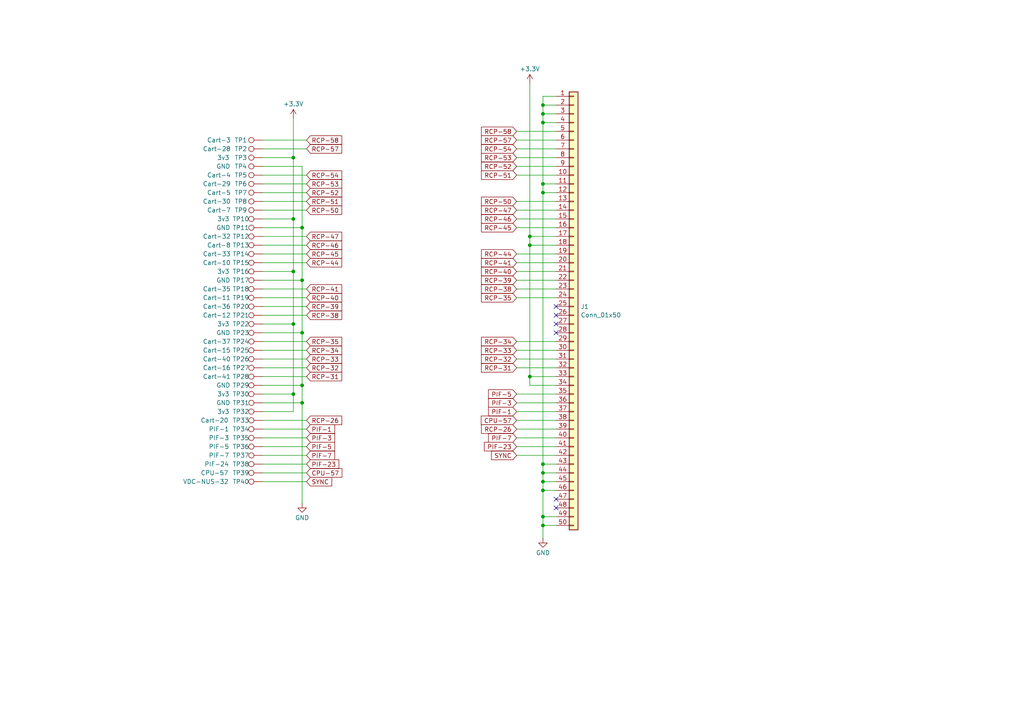
<source format=kicad_sch>
(kicad_sch (version 20240101) (generator "eeschema") (generator_version "8.99")
  (paper "A4")
  (lib_symbols
    (symbol "Connector:TestPoint" (pin_numbers hide) (pin_names (offset 0.762) hide)
      (property "Reference" "TP" (at 0 6.858 0))
      (property "Value" "TestPoint" (at 0 5.08 0))
      (symbol "TestPoint_0_1"
        (circle (center 0 3.302) (radius 0.762))
      )
      (symbol "TestPoint_1_1"
        (pin passive line (at 0 0 90) (length 2.54) (name "1") (number "1"))
      )
    )
    (symbol "Connector_Generic:Conn_01x50" (pin_names (offset 1.016) hide)
      (property "Reference" "J" (at 0 63.5 0))
      (property "Value" "Conn_01x50" (at 0 -66.04 0))
      (symbol "Conn_01x50_1_1"
        (rectangle (start -1.27 -63.373) (end 0 -63.627) (stroke (width 0.1524)))
        (rectangle (start -1.27 -60.833) (end 0 -61.087) (stroke (width 0.1524)))
        (rectangle (start -1.27 -58.293) (end 0 -58.547) (stroke (width 0.1524)))
        (rectangle (start -1.27 -55.753) (end 0 -56.007) (stroke (width 0.1524)))
        (rectangle (start -1.27 -53.213) (end 0 -53.467) (stroke (width 0.1524)))
        (rectangle (start -1.27 -50.673) (end 0 -50.927) (stroke (width 0.1524)))
        (rectangle (start -1.27 -48.133) (end 0 -48.387) (stroke (width 0.1524)))
        (rectangle (start -1.27 -45.593) (end 0 -45.847) (stroke (width 0.1524)))
        (rectangle (start -1.27 -43.053) (end 0 -43.307) (stroke (width 0.1524)))
        (rectangle (start -1.27 -40.513) (end 0 -40.767) (stroke (width 0.1524)))
        (rectangle (start -1.27 -37.973) (end 0 -38.227) (stroke (width 0.1524)))
        (rectangle (start -1.27 -35.433) (end 0 -35.687) (stroke (width 0.1524)))
        (rectangle (start -1.27 -32.893) (end 0 -33.147) (stroke (width 0.1524)))
        (rectangle (start -1.27 -30.353) (end 0 -30.607) (stroke (width 0.1524)))
        (rectangle (start -1.27 -27.813) (end 0 -28.067) (stroke (width 0.1524)))
        (rectangle (start -1.27 -25.273) (end 0 -25.527) (stroke (width 0.1524)))
        (rectangle (start -1.27 -22.733) (end 0 -22.987) (stroke (width 0.1524)))
        (rectangle (start -1.27 -20.193) (end 0 -20.447) (stroke (width 0.1524)))
        (rectangle (start -1.27 -17.653) (end 0 -17.907) (stroke (width 0.1524)))
        (rectangle (start -1.27 -15.113) (end 0 -15.367) (stroke (width 0.1524)))
        (rectangle (start -1.27 -12.573) (end 0 -12.827) (stroke (width 0.1524)))
        (rectangle (start -1.27 -10.033) (end 0 -10.287) (stroke (width 0.1524)))
        (rectangle (start -1.27 -7.493) (end 0 -7.747) (stroke (width 0.1524)))
        (rectangle (start -1.27 -4.953) (end 0 -5.207) (stroke (width 0.1524)))
        (rectangle (start -1.27 -2.413) (end 0 -2.667) (stroke (width 0.1524)))
        (rectangle (start -1.27 0.127) (end 0 -0.127) (stroke (width 0.1524)))
        (rectangle (start -1.27 2.667) (end 0 2.413) (stroke (width 0.1524)))
        (rectangle (start -1.27 5.207) (end 0 4.953) (stroke (width 0.1524)))
        (rectangle (start -1.27 7.747) (end 0 7.493) (stroke (width 0.1524)))
        (rectangle (start -1.27 10.287) (end 0 10.033) (stroke (width 0.1524)))
        (rectangle (start -1.27 12.827) (end 0 12.573) (stroke (width 0.1524)))
        (rectangle (start -1.27 15.367) (end 0 15.113) (stroke (width 0.1524)))
        (rectangle (start -1.27 17.907) (end 0 17.653) (stroke (width 0.1524)))
        (rectangle (start -1.27 20.447) (end 0 20.193) (stroke (width 0.1524)))
        (rectangle (start -1.27 22.987) (end 0 22.733) (stroke (width 0.1524)))
        (rectangle (start -1.27 25.527) (end 0 25.273) (stroke (width 0.1524)))
        (rectangle (start -1.27 28.067) (end 0 27.813) (stroke (width 0.1524)))
        (rectangle (start -1.27 30.607) (end 0 30.353) (stroke (width 0.1524)))
        (rectangle (start -1.27 33.147) (end 0 32.893) (stroke (width 0.1524)))
        (rectangle (start -1.27 35.687) (end 0 35.433) (stroke (width 0.1524)))
        (rectangle (start -1.27 38.227) (end 0 37.973) (stroke (width 0.1524)))
        (rectangle (start -1.27 40.767) (end 0 40.513) (stroke (width 0.1524)))
        (rectangle (start -1.27 43.307) (end 0 43.053) (stroke (width 0.1524)))
        (rectangle (start -1.27 45.847) (end 0 45.593) (stroke (width 0.1524)))
        (rectangle (start -1.27 48.387) (end 0 48.133) (stroke (width 0.1524)))
        (rectangle (start -1.27 50.927) (end 0 50.673) (stroke (width 0.1524)))
        (rectangle (start -1.27 53.467) (end 0 53.213) (stroke (width 0.1524)))
        (rectangle (start -1.27 56.007) (end 0 55.753) (stroke (width 0.1524)))
        (rectangle (start -1.27 58.547) (end 0 58.293) (stroke (width 0.1524)))
        (rectangle (start -1.27 61.087) (end 0 60.833) (stroke (width 0.1524)))
        (rectangle (start -1.27 62.23) (end 1.27 -64.77) (stroke (width 0.254)) (fill (type background)))
        (pin passive line (at -5.08 60.96 0) (length 3.81) (name "Pin_1") (number "1"))
        (pin passive line (at -5.08 38.1 0) (length 3.81) (name "Pin_10") (number "10"))
        (pin passive line (at -5.08 35.56 0) (length 3.81) (name "Pin_11") (number "11"))
        (pin passive line (at -5.08 33.02 0) (length 3.81) (name "Pin_12") (number "12"))
        (pin passive line (at -5.08 30.48 0) (length 3.81) (name "Pin_13") (number "13"))
        (pin passive line (at -5.08 27.94 0) (length 3.81) (name "Pin_14") (number "14"))
        (pin passive line (at -5.08 25.4 0) (length 3.81) (name "Pin_15") (number "15"))
        (pin passive line (at -5.08 22.86 0) (length 3.81) (name "Pin_16") (number "16"))
        (pin passive line (at -5.08 20.32 0) (length 3.81) (name "Pin_17") (number "17"))
        (pin passive line (at -5.08 17.78 0) (length 3.81) (name "Pin_18") (number "18"))
        (pin passive line (at -5.08 15.24 0) (length 3.81) (name "Pin_19") (number "19"))
        (pin passive line (at -5.08 58.42 0) (length 3.81) (name "Pin_2") (number "2"))
        (pin passive line (at -5.08 12.7 0) (length 3.81) (name "Pin_20") (number "20"))
        (pin passive line (at -5.08 10.16 0) (length 3.81) (name "Pin_21") (number "21"))
        (pin passive line (at -5.08 7.62 0) (length 3.81) (name "Pin_22") (number "22"))
        (pin passive line (at -5.08 5.08 0) (length 3.81) (name "Pin_23") (number "23"))
        (pin passive line (at -5.08 2.54 0) (length 3.81) (name "Pin_24") (number "24"))
        (pin passive line (at -5.08 0 0) (length 3.81) (name "Pin_25") (number "25"))
        (pin passive line (at -5.08 -2.54 0) (length 3.81) (name "Pin_26") (number "26"))
        (pin passive line (at -5.08 -5.08 0) (length 3.81) (name "Pin_27") (number "27"))
        (pin passive line (at -5.08 -7.62 0) (length 3.81) (name "Pin_28") (number "28"))
        (pin passive line (at -5.08 -10.16 0) (length 3.81) (name "Pin_29") (number "29"))
        (pin passive line (at -5.08 55.88 0) (length 3.81) (name "Pin_3") (number "3"))
        (pin passive line (at -5.08 -12.7 0) (length 3.81) (name "Pin_30") (number "30"))
        (pin passive line (at -5.08 -15.24 0) (length 3.81) (name "Pin_31") (number "31"))
        (pin passive line (at -5.08 -17.78 0) (length 3.81) (name "Pin_32") (number "32"))
        (pin passive line (at -5.08 -20.32 0) (length 3.81) (name "Pin_33") (number "33"))
        (pin passive line (at -5.08 -22.86 0) (length 3.81) (name "Pin_34") (number "34"))
        (pin passive line (at -5.08 -25.4 0) (length 3.81) (name "Pin_35") (number "35"))
        (pin passive line (at -5.08 -27.94 0) (length 3.81) (name "Pin_36") (number "36"))
        (pin passive line (at -5.08 -30.48 0) (length 3.81) (name "Pin_37") (number "37"))
        (pin passive line (at -5.08 -33.02 0) (length 3.81) (name "Pin_38") (number "38"))
        (pin passive line (at -5.08 -35.56 0) (length 3.81) (name "Pin_39") (number "39"))
        (pin passive line (at -5.08 53.34 0) (length 3.81) (name "Pin_4") (number "4"))
        (pin passive line (at -5.08 -38.1 0) (length 3.81) (name "Pin_40") (number "40"))
        (pin passive line (at -5.08 -40.64 0) (length 3.81) (name "Pin_41") (number "41"))
        (pin passive line (at -5.08 -43.18 0) (length 3.81) (name "Pin_42") (number "42"))
        (pin passive line (at -5.08 -45.72 0) (length 3.81) (name "Pin_43") (number "43"))
        (pin passive line (at -5.08 -48.26 0) (length 3.81) (name "Pin_44") (number "44"))
        (pin passive line (at -5.08 -50.8 0) (length 3.81) (name "Pin_45") (number "45"))
        (pin passive line (at -5.08 -53.34 0) (length 3.81) (name "Pin_46") (number "46"))
        (pin passive line (at -5.08 -55.88 0) (length 3.81) (name "Pin_47") (number "47"))
        (pin passive line (at -5.08 -58.42 0) (length 3.81) (name "Pin_48") (number "48"))
        (pin passive line (at -5.08 -60.96 0) (length 3.81) (name "Pin_49") (number "49"))
        (pin passive line (at -5.08 50.8 0) (length 3.81) (name "Pin_5") (number "5"))
        (pin passive line (at -5.08 -63.5 0) (length 3.81) (name "Pin_50") (number "50"))
        (pin passive line (at -5.08 48.26 0) (length 3.81) (name "Pin_6") (number "6"))
        (pin passive line (at -5.08 45.72 0) (length 3.81) (name "Pin_7") (number "7"))
        (pin passive line (at -5.08 43.18 0) (length 3.81) (name "Pin_8") (number "8"))
        (pin passive line (at -5.08 40.64 0) (length 3.81) (name "Pin_9") (number "9"))
      )
    )
    (symbol "power:+3.3V" (power) (pin_numbers hide) (pin_names (offset 0) hide)
      (property "Value" "+3.3V" (at 0 3.556 0))
      (symbol "+3.3V_0_1"
        (polyline (pts (xy -0.762 1.27) (xy 0 2.54)))
        (polyline (pts (xy 0 0) (xy 0 2.54)))
        (polyline (pts (xy 0 2.54) (xy 0.762 1.27)))
      )
      (symbol "+3.3V_1_1"
        (pin power_in line (at 0 0 90) (length 0) (name "~") (number "1"))
      )
    )
    (symbol "power:GND" (power) (pin_numbers hide) (pin_names (offset 0) hide)
      (property "Value" "GND" (at 0 -3.81 0))
      (symbol "GND_0_1"
        (polyline (pts (xy 0 0) (xy 0 -1.27) (xy 1.27 -1.27) (xy 0 -2.54) (xy -1.27 -1.27) (xy 0 -1.27)))
      )
      (symbol "GND_1_1"
        (pin power_in line (at 0 0 270) (length 0) (name "~") (number "1"))
      )
    )
  )
  (junction (at 157.48 35.56))
  (junction (at 157.48 139.7))
  (junction (at 157.48 53.34))
  (junction (at 157.48 152.4))
  (junction (at 87.63 111.76))
  (junction (at 157.48 134.62))
  (junction (at 85.09 45.72))
  (junction (at 85.09 93.98))
  (junction (at 153.67 109.22))
  (junction (at 87.63 96.52))
  (junction (at 85.09 63.5))
  (junction (at 157.48 149.86))
  (junction (at 85.09 78.74))
  (junction (at 153.67 68.58))
  (junction (at 87.63 116.84))
  (junction (at 157.48 33.02))
  (junction (at 153.67 71.12))
  (junction (at 87.63 81.28))
  (junction (at 87.63 66.04))
  (junction (at 157.48 137.16))
  (junction (at 157.48 55.88))
  (junction (at 85.09 114.3))
  (junction (at 157.48 142.24))
  (junction (at 157.48 30.48))
  (no_connect (at 161.29 96.52))
  (no_connect (at 161.29 147.32))
  (no_connect (at 161.29 144.78))
  (no_connect (at 161.29 88.9))
  (no_connect (at 161.29 93.98))
  (no_connect (at 161.29 91.44))
  (wire (pts (xy 76.2 114.3) (xy 85.09 114.3)))
  (wire (pts (xy 153.67 24.13) (xy 153.67 68.58)))
  (wire (pts (xy 76.2 55.88) (xy 88.9 55.88)))
  (wire (pts (xy 149.86 119.38) (xy 161.29 119.38)))
  (wire (pts (xy 149.86 124.46) (xy 161.29 124.46)))
  (wire (pts (xy 76.2 66.04) (xy 87.63 66.04)))
  (wire (pts (xy 149.86 132.08) (xy 161.29 132.08)))
  (wire (pts (xy 76.2 106.68) (xy 88.9 106.68)))
  (wire (pts (xy 85.09 34.29) (xy 85.09 45.72)))
  (wire (pts (xy 161.29 109.22) (xy 153.67 109.22)))
  (wire (pts (xy 149.86 99.06) (xy 161.29 99.06)))
  (wire (pts (xy 76.2 124.46) (xy 88.9 124.46)))
  (wire (pts (xy 76.2 68.58) (xy 88.9 68.58)))
  (wire (pts (xy 76.2 139.7) (xy 88.9 139.7)))
  (wire (pts (xy 76.2 104.14) (xy 88.9 104.14)))
  (wire (pts (xy 76.2 86.36) (xy 88.9 86.36)))
  (wire (pts (xy 87.63 146.05) (xy 87.63 116.84)))
  (wire (pts (xy 76.2 48.26) (xy 87.63 48.26)))
  (wire (pts (xy 76.2 134.62) (xy 88.9 134.62)))
  (wire (pts (xy 76.2 127) (xy 88.9 127)))
  (wire (pts (xy 76.2 119.38) (xy 85.09 119.38)))
  (wire (pts (xy 149.86 129.54) (xy 161.29 129.54)))
  (wire (pts (xy 157.48 53.34) (xy 161.29 53.34)))
  (wire (pts (xy 149.86 60.96) (xy 161.29 60.96)))
  (wire (pts (xy 149.86 58.42) (xy 161.29 58.42)))
  (wire (pts (xy 149.86 81.28) (xy 161.29 81.28)))
  (wire (pts (xy 149.86 127) (xy 161.29 127)))
  (wire (pts (xy 149.86 104.14) (xy 161.29 104.14)))
  (wire (pts (xy 87.63 116.84) (xy 87.63 111.76)))
  (wire (pts (xy 76.2 132.08) (xy 88.9 132.08)))
  (wire (pts (xy 87.63 111.76) (xy 87.63 96.52)))
  (wire (pts (xy 149.86 50.8) (xy 161.29 50.8)))
  (wire (pts (xy 87.63 66.04) (xy 87.63 48.26)))
  (wire (pts (xy 85.09 63.5) (xy 85.09 45.72)))
  (wire (pts (xy 157.48 35.56) (xy 157.48 53.34)))
  (wire (pts (xy 149.86 73.66) (xy 161.29 73.66)))
  (wire (pts (xy 76.2 43.18) (xy 88.9 43.18)))
  (wire (pts (xy 76.2 96.52) (xy 87.63 96.52)))
  (wire (pts (xy 157.48 149.86) (xy 161.29 149.86)))
  (wire (pts (xy 157.48 30.48) (xy 157.48 33.02)))
  (wire (pts (xy 153.67 71.12) (xy 153.67 109.22)))
  (wire (pts (xy 149.86 114.3) (xy 161.29 114.3)))
  (wire (pts (xy 76.2 58.42) (xy 88.9 58.42)))
  (wire (pts (xy 157.48 142.24) (xy 157.48 149.86)))
  (wire (pts (xy 76.2 76.2) (xy 88.9 76.2)))
  (wire (pts (xy 76.2 60.96) (xy 88.9 60.96)))
  (wire (pts (xy 157.48 149.86) (xy 157.48 152.4)))
  (wire (pts (xy 76.2 81.28) (xy 87.63 81.28)))
  (wire (pts (xy 76.2 99.06) (xy 88.9 99.06)))
  (wire (pts (xy 149.86 116.84) (xy 161.29 116.84)))
  (wire (pts (xy 157.48 137.16) (xy 161.29 137.16)))
  (wire (pts (xy 153.67 111.76) (xy 153.67 109.22)))
  (wire (pts (xy 76.2 91.44) (xy 88.9 91.44)))
  (wire (pts (xy 153.67 68.58) (xy 161.29 68.58)))
  (wire (pts (xy 161.29 111.76) (xy 153.67 111.76)))
  (wire (pts (xy 157.48 142.24) (xy 161.29 142.24)))
  (wire (pts (xy 157.48 30.48) (xy 161.29 30.48)))
  (wire (pts (xy 149.86 121.92) (xy 161.29 121.92)))
  (wire (pts (xy 76.2 53.34) (xy 88.9 53.34)))
  (wire (pts (xy 149.86 40.64) (xy 161.29 40.64)))
  (wire (pts (xy 149.86 45.72) (xy 161.29 45.72)))
  (wire (pts (xy 76.2 101.6) (xy 88.9 101.6)))
  (wire (pts (xy 87.63 81.28) (xy 87.63 66.04)))
  (wire (pts (xy 76.2 40.64) (xy 88.9 40.64)))
  (wire (pts (xy 149.86 76.2) (xy 161.29 76.2)))
  (wire (pts (xy 149.86 83.82) (xy 161.29 83.82)))
  (wire (pts (xy 157.48 35.56) (xy 161.29 35.56)))
  (wire (pts (xy 149.86 66.04) (xy 161.29 66.04)))
  (wire (pts (xy 157.48 152.4) (xy 157.48 156.21)))
  (wire (pts (xy 157.48 55.88) (xy 161.29 55.88)))
  (wire (pts (xy 149.86 86.36) (xy 161.29 86.36)))
  (wire (pts (xy 157.48 152.4) (xy 161.29 152.4)))
  (wire (pts (xy 76.2 73.66) (xy 88.9 73.66)))
  (wire (pts (xy 85.09 93.98) (xy 85.09 78.74)))
  (wire (pts (xy 157.48 53.34) (xy 157.48 55.88)))
  (wire (pts (xy 76.2 50.8) (xy 88.9 50.8)))
  (wire (pts (xy 76.2 71.12) (xy 88.9 71.12)))
  (wire (pts (xy 76.2 137.16) (xy 88.9 137.16)))
  (wire (pts (xy 76.2 78.74) (xy 85.09 78.74)))
  (wire (pts (xy 153.67 71.12) (xy 153.67 68.58)))
  (wire (pts (xy 157.48 134.62) (xy 161.29 134.62)))
  (wire (pts (xy 149.86 106.68) (xy 161.29 106.68)))
  (wire (pts (xy 157.48 27.94) (xy 157.48 30.48)))
  (wire (pts (xy 157.48 33.02) (xy 161.29 33.02)))
  (wire (pts (xy 76.2 63.5) (xy 85.09 63.5)))
  (wire (pts (xy 157.48 134.62) (xy 157.48 137.16)))
  (wire (pts (xy 76.2 109.22) (xy 88.9 109.22)))
  (wire (pts (xy 76.2 88.9) (xy 88.9 88.9)))
  (wire (pts (xy 157.48 33.02) (xy 157.48 35.56)))
  (wire (pts (xy 157.48 139.7) (xy 157.48 142.24)))
  (wire (pts (xy 85.09 114.3) (xy 85.09 93.98)))
  (wire (pts (xy 149.86 43.18) (xy 161.29 43.18)))
  (wire (pts (xy 76.2 111.76) (xy 87.63 111.76)))
  (wire (pts (xy 85.09 119.38) (xy 85.09 114.3)))
  (wire (pts (xy 161.29 27.94) (xy 157.48 27.94)))
  (wire (pts (xy 76.2 93.98) (xy 85.09 93.98)))
  (wire (pts (xy 76.2 116.84) (xy 87.63 116.84)))
  (wire (pts (xy 149.86 38.1) (xy 161.29 38.1)))
  (wire (pts (xy 76.2 83.82) (xy 88.9 83.82)))
  (wire (pts (xy 85.09 78.74) (xy 85.09 63.5)))
  (wire (pts (xy 149.86 101.6) (xy 161.29 101.6)))
  (wire (pts (xy 157.48 139.7) (xy 161.29 139.7)))
  (wire (pts (xy 76.2 45.72) (xy 85.09 45.72)))
  (wire (pts (xy 161.29 71.12) (xy 153.67 71.12)))
  (wire (pts (xy 149.86 63.5) (xy 161.29 63.5)))
  (wire (pts (xy 87.63 96.52) (xy 87.63 81.28)))
  (wire (pts (xy 157.48 137.16) (xy 157.48 139.7)))
  (wire (pts (xy 76.2 129.54) (xy 88.9 129.54)))
  (wire (pts (xy 149.86 48.26) (xy 161.29 48.26)))
  (wire (pts (xy 149.86 78.74) (xy 161.29 78.74)))
  (wire (pts (xy 157.48 55.88) (xy 157.48 134.62)))
  (wire (pts (xy 76.2 121.92) (xy 88.9 121.92)))
  (global_label "CPU-57" (shape input) (at 88.9 137.16 0) (property "Intersheetrefs" "${INTERSHEET_REFS}" (effects (hide yes))))
  (global_label "RCP-44" (shape input) (at 149.86 73.66 180) (property "Intersheetrefs" "${INTERSHEET_REFS}" (effects (hide yes))))
  (global_label "RCP-34" (shape input) (at 88.9 101.6 0) (property "Intersheetrefs" "${INTERSHEET_REFS}" (effects (hide yes))))
  (global_label "RCP-58" (shape input) (at 149.86 38.1 180) (property "Intersheetrefs" "${INTERSHEET_REFS}" (effects (hide yes))))
  (global_label "RCP-32" (shape input) (at 88.9 106.68 0) (property "Intersheetrefs" "${INTERSHEET_REFS}" (effects (hide yes))))
  (global_label "RCP-39" (shape input) (at 88.9 88.9 0) (property "Intersheetrefs" "${INTERSHEET_REFS}" (effects (hide yes))))
  (global_label "RCP-39" (shape input) (at 149.86 81.28 180) (property "Intersheetrefs" "${INTERSHEET_REFS}" (effects (hide yes))))
  (global_label "RCP-26" (shape input) (at 88.9 121.92 0) (property "Intersheetrefs" "${INTERSHEET_REFS}" (effects (hide yes))))
  (global_label "RCP-34" (shape input) (at 149.86 99.06 180) (property "Intersheetrefs" "${INTERSHEET_REFS}" (effects (hide yes))))
  (global_label "RCP-32" (shape input) (at 149.86 104.14 180) (property "Intersheetrefs" "${INTERSHEET_REFS}" (effects (hide yes))))
  (global_label "RCP-53" (shape input) (at 149.86 45.72 180) (property "Intersheetrefs" "${INTERSHEET_REFS}" (effects (hide yes))))
  (global_label "RCP-52" (shape input) (at 88.9 55.88 0) (property "Intersheetrefs" "${INTERSHEET_REFS}" (effects (hide yes))))
  (global_label "SYNC" (shape input) (at 88.9 139.7 0) (property "Intersheetrefs" "${INTERSHEET_REFS}" (effects (hide yes))))
  (global_label "RCP-47" (shape input) (at 149.86 60.96 180) (property "Intersheetrefs" "${INTERSHEET_REFS}" (effects (hide yes))))
  (global_label "PIF-5" (shape input) (at 149.86 114.3 180) (property "Intersheetrefs" "${INTERSHEET_REFS}" (effects (hide yes))))
  (global_label "RCP-41" (shape input) (at 88.9 83.82 0) (property "Intersheetrefs" "${INTERSHEET_REFS}" (effects (hide yes))))
  (global_label "RCP-52" (shape input) (at 149.86 48.26 180) (property "Intersheetrefs" "${INTERSHEET_REFS}" (effects (hide yes))))
  (global_label "RCP-38" (shape input) (at 88.9 91.44 0) (property "Intersheetrefs" "${INTERSHEET_REFS}" (effects (hide yes))))
  (global_label "PIF-1" (shape input) (at 88.9 124.46 0) (property "Intersheetrefs" "${INTERSHEET_REFS}" (effects (hide yes))))
  (global_label "RCP-40" (shape input) (at 149.86 78.74 180) (property "Intersheetrefs" "${INTERSHEET_REFS}" (effects (hide yes))))
  (global_label "PIF-3" (shape input) (at 149.86 116.84 180) (property "Intersheetrefs" "${INTERSHEET_REFS}" (effects (hide yes))))
  (global_label "RCP-38" (shape input) (at 149.86 83.82 180) (property "Intersheetrefs" "${INTERSHEET_REFS}" (effects (hide yes))))
  (global_label "RCP-53" (shape input) (at 88.9 53.34 0) (property "Intersheetrefs" "${INTERSHEET_REFS}" (effects (hide yes))))
  (global_label "RCP-51" (shape input) (at 149.86 50.8 180) (property "Intersheetrefs" "${INTERSHEET_REFS}" (effects (hide yes))))
  (global_label "RCP-46" (shape input) (at 149.86 63.5 180) (property "Intersheetrefs" "${INTERSHEET_REFS}" (effects (hide yes))))
  (global_label "RCP-31" (shape input) (at 149.86 106.68 180) (property "Intersheetrefs" "${INTERSHEET_REFS}" (effects (hide yes))))
  (global_label "RCP-26" (shape input) (at 149.86 124.46 180) (property "Intersheetrefs" "${INTERSHEET_REFS}" (effects (hide yes))))
  (global_label "PIF-7" (shape input) (at 88.9 132.08 0) (property "Intersheetrefs" "${INTERSHEET_REFS}" (effects (hide yes))))
  (global_label "RCP-45" (shape input) (at 88.9 73.66 0) (property "Intersheetrefs" "${INTERSHEET_REFS}" (effects (hide yes))))
  (global_label "PIF-23" (shape input) (at 149.86 129.54 180) (property "Intersheetrefs" "${INTERSHEET_REFS}" (effects (hide yes))))
  (global_label "RCP-45" (shape input) (at 149.86 66.04 180) (property "Intersheetrefs" "${INTERSHEET_REFS}" (effects (hide yes))))
  (global_label "PIF-7" (shape input) (at 149.86 127 180) (property "Intersheetrefs" "${INTERSHEET_REFS}" (effects (hide yes))))
  (global_label "PIF-3" (shape input) (at 88.9 127 0) (property "Intersheetrefs" "${INTERSHEET_REFS}" (effects (hide yes))))
  (global_label "RCP-47" (shape input) (at 88.9 68.58 0) (property "Intersheetrefs" "${INTERSHEET_REFS}" (effects (hide yes))))
  (global_label "RCP-54" (shape input) (at 88.9 50.8 0) (property "Intersheetrefs" "${INTERSHEET_REFS}" (effects (hide yes))))
  (global_label "CPU-57" (shape input) (at 149.86 121.92 180) (property "Intersheetrefs" "${INTERSHEET_REFS}" (effects (hide yes))))
  (global_label "RCP-35" (shape input) (at 149.86 86.36 180) (property "Intersheetrefs" "${INTERSHEET_REFS}" (effects (hide yes))))
  (global_label "RCP-31" (shape input) (at 88.9 109.22 0) (property "Intersheetrefs" "${INTERSHEET_REFS}" (effects (hide yes))))
  (global_label "RCP-44" (shape input) (at 88.9 76.2 0) (property "Intersheetrefs" "${INTERSHEET_REFS}" (effects (hide yes))))
  (global_label "RCP-41" (shape input) (at 149.86 76.2 180) (property "Intersheetrefs" "${INTERSHEET_REFS}" (effects (hide yes))))
  (global_label "RCP-50" (shape input) (at 149.86 58.42 180) (property "Intersheetrefs" "${INTERSHEET_REFS}" (effects (hide yes))))
  (global_label "RCP-35" (shape input) (at 88.9 99.06 0) (property "Intersheetrefs" "${INTERSHEET_REFS}" (effects (hide yes))))
  (global_label "RCP-57" (shape input) (at 149.86 40.64 180) (property "Intersheetrefs" "${INTERSHEET_REFS}" (effects (hide yes))))
  (global_label "RCP-58" (shape input) (at 88.9 40.64 0) (property "Intersheetrefs" "${INTERSHEET_REFS}" (effects (hide yes))))
  (global_label "RCP-50" (shape input) (at 88.9 60.96 0) (property "Intersheetrefs" "${INTERSHEET_REFS}" (effects (hide yes))))
  (global_label "PIF-1" (shape input) (at 149.86 119.38 180) (property "Intersheetrefs" "${INTERSHEET_REFS}" (effects (hide yes))))
  (global_label "RCP-54" (shape input) (at 149.86 43.18 180) (property "Intersheetrefs" "${INTERSHEET_REFS}" (effects (hide yes))))
  (global_label "PIF-5" (shape input) (at 88.9 129.54 0) (property "Intersheetrefs" "${INTERSHEET_REFS}" (effects (hide yes))))
  (global_label "SYNC" (shape input) (at 149.86 132.08 180) (property "Intersheetrefs" "${INTERSHEET_REFS}" (effects (hide yes))))
  (global_label "RCP-33" (shape input) (at 88.9 104.14 0) (property "Intersheetrefs" "${INTERSHEET_REFS}" (effects (hide yes))))
  (global_label "RCP-40" (shape input) (at 88.9 86.36 0) (property "Intersheetrefs" "${INTERSHEET_REFS}" (effects (hide yes))))
  (global_label "RCP-57" (shape input) (at 88.9 43.18 0) (property "Intersheetrefs" "${INTERSHEET_REFS}" (effects (hide yes))))
  (global_label "RCP-51" (shape input) (at 88.9 58.42 0) (property "Intersheetrefs" "${INTERSHEET_REFS}" (effects (hide yes))))
  (global_label "RCP-33" (shape input) (at 149.86 101.6 180) (property "Intersheetrefs" "${INTERSHEET_REFS}" (effects (hide yes))))
  (global_label "RCP-46" (shape input) (at 88.9 71.12 0) (property "Intersheetrefs" "${INTERSHEET_REFS}" (effects (hide yes))))
  (global_label "PIF-23" (shape input) (at 88.9 134.62 0) (property "Intersheetrefs" "${INTERSHEET_REFS}" (effects (hide yes))))
  (symbol (lib_id "Connector:TestPoint") (at 76.2 86.36 90) (unit 1)
    (property "Reference" "TP19" (at 69.85 86.36 90))
    (property "Value" "Cart-11" (at 62.865 86.36 90))
    (property "Footprint" "Library:TestPoint_RCP-NUS" (effects (hide yes)))
  )
  (symbol (lib_id "Connector:TestPoint") (at 76.2 55.88 90) (unit 1)
    (property "Reference" "TP7" (at 69.85 55.88 90))
    (property "Value" "Cart-5" (at 63.5 55.88 90))
    (property "Footprint" "Library:TestPoint_RCP-NUS" (effects (hide yes)))
  )
  (symbol (lib_id "Connector:TestPoint") (at 76.2 121.92 90) (unit 1)
    (property "Reference" "TP33" (at 69.85 121.92 90))
    (property "Value" "Cart-20" (at 62.23 121.92 90))
    (property "Footprint" "Library:TestPoint_RCP-NUS" (effects (hide yes)))
  )
  (symbol (lib_id "Connector:TestPoint") (at 76.2 60.96 90) (unit 1)
    (property "Reference" "TP9" (at 69.85 60.96 90))
    (property "Value" "Cart-7" (at 63.5 60.96 90))
    (property "Footprint" "Library:TestPoint_RCP-NUS" (effects (hide yes)))
  )
  (symbol (lib_id "Connector:TestPoint") (at 76.2 40.64 90) (unit 1)
    (property "Reference" "TP1" (at 69.85 40.64 90))
    (property "Value" "Cart-3" (at 63.5 40.64 90))
    (property "Footprint" "Library:TestPoint_RCP-NUS" (effects (hide yes)))
  )
  (symbol (lib_id "Connector:TestPoint") (at 76.2 91.44 90) (unit 1)
    (property "Reference" "TP21" (at 69.85 91.44 90))
    (property "Value" "Cart-12" (at 62.865 91.44 90))
    (property "Footprint" "Library:TestPoint_RCP-NUS" (effects (hide yes)))
  )
  (symbol (lib_id "Connector:TestPoint") (at 76.2 71.12 90) (unit 1)
    (property "Reference" "TP13" (at 69.85 71.12 90))
    (property "Value" "Cart-8" (at 63.5 71.12 90))
    (property "Footprint" "Library:TestPoint_RCP-NUS" (effects (hide yes)))
  )
  (symbol (lib_id "power:+3.3V") (at 153.67 24.13 0) (unit 1)
    (property "Reference" "#PWR04" (effects (hide yes)))
    (property "Value" "+3.3V" (at 153.67 19.9969 0))
    (property "Description" "Power symbol creates a global label with name \"+3.3V\"" (effects (hide yes)))
  )
  (symbol (lib_id "power:+3.3V") (at 85.09 34.29 0) (unit 1)
    (property "Reference" "#PWR03" (effects (hide yes)))
    (property "Value" "+3.3V" (at 85.09 30.1569 0))
    (property "Description" "Power symbol creates a global label with name \"+3.3V\"" (effects (hide yes)))
  )
  (symbol (lib_id "Connector:TestPoint") (at 76.2 134.62 90) (unit 1)
    (property "Reference" "TP38" (at 69.85 134.62 90))
    (property "Value" "PIF-24" (at 62.865 134.62 90))
    (property "Footprint" "TestPoint:TestPoint_Pad_D1.0mm" (effects (hide yes)))
  )
  (symbol (lib_id "Connector:TestPoint") (at 76.2 132.08 90) (unit 1)
    (property "Reference" "TP37" (at 69.85 132.08 90))
    (property "Value" "PIF-7" (at 63.5 132.08 90))
    (property "Footprint" "TestPoint:TestPoint_Pad_D1.0mm" (effects (hide yes)))
  )
  (symbol (lib_id "Connector:TestPoint") (at 76.2 137.16 90) (unit 1)
    (property "Reference" "TP39" (at 69.85 137.16 90))
    (property "Value" "CPU-57" (at 62.23 137.16 90))
    (property "Footprint" "TestPoint:TestPoint_Pad_D1.0mm" (effects (hide yes)))
  )
  (symbol (lib_id "Connector:TestPoint") (at 76.2 58.42 90) (unit 1)
    (property "Reference" "TP8" (at 69.85 58.42 90))
    (property "Value" "Cart-30" (at 62.865 58.42 90))
    (property "Footprint" "Library:TestPoint_RCP-NUS" (effects (hide yes)))
  )
  (symbol (lib_id "Connector_Generic:Conn_01x50") (at 166.37 88.9 0) (unit 1)
    (property "Reference" "J1" (at 168.402 88.9578 0) (effects (justify left)))
    (property "Value" "Conn_01x50" (at 168.402 91.3821 0) (effects (justify left)))
    (property "Footprint" "rcp_pad:2x25_P2.5mm" (effects (hide yes)))
    (property "Description" "\"Generic connector, single row, 01x50, script generated\"" (effects (hide yes)))
  )
  (symbol (lib_id "Connector:TestPoint") (at 76.2 124.46 90) (unit 1)
    (property "Reference" "TP34" (at 69.85 124.46 90))
    (property "Value" "PIF-1" (at 63.5 124.46 90))
    (property "Footprint" "TestPoint:TestPoint_Pad_D1.0mm" (effects (hide yes)))
  )
  (symbol (lib_id "Connector:TestPoint") (at 76.2 114.3 90) (unit 1)
    (property "Reference" "TP30" (at 69.85 114.3 90))
    (property "Value" "3v3" (at 64.77 114.3 90))
    (property "Footprint" "Library:TestPoint_RCP-NUS" (effects (hide yes)))
  )
  (symbol (lib_id "Connector:TestPoint") (at 76.2 68.58 90) (unit 1)
    (property "Reference" "TP12" (at 69.85 68.58 90))
    (property "Value" "Cart-32" (at 62.865 68.58 90))
    (property "Footprint" "Library:TestPoint_RCP-NUS" (effects (hide yes)))
  )
  (symbol (lib_id "power:GND") (at 87.63 146.05 0) (unit 1)
    (property "Reference" "#PWR01" (effects (hide yes)))
    (property "Value" "GND" (at 87.63 150.1831 0))
    (property "Description" "Power symbol creates a global label with name \"GND\" , ground" (effects (hide yes)))
  )
  (symbol (lib_id "Connector:TestPoint") (at 76.2 109.22 90) (unit 1)
    (property "Reference" "TP28" (at 69.85 109.22 90))
    (property "Value" "Cart-41" (at 62.865 109.22 90))
    (property "Footprint" "Library:TestPoint_RCP-NUS" (effects (hide yes)))
  )
  (symbol (lib_id "Connector:TestPoint") (at 76.2 48.26 90) (unit 1)
    (property "Reference" "TP4" (at 69.85 48.26 90))
    (property "Value" "GND" (at 64.77 48.26 90))
    (property "Footprint" "Library:TestPoint_RCP-NUS" (effects (hide yes)))
  )
  (symbol (lib_id "power:GND") (at 157.48 156.21 0) (unit 1)
    (property "Reference" "#PWR02" (effects (hide yes)))
    (property "Value" "GND" (at 157.48 160.3431 0))
    (property "Description" "Power symbol creates a global label with name \"GND\" , ground" (effects (hide yes)))
  )
  (symbol (lib_id "Connector:TestPoint") (at 76.2 127 90) (unit 1)
    (property "Reference" "TP35" (at 69.85 127 90))
    (property "Value" "PIF-3" (at 63.5 127 90))
    (property "Footprint" "TestPoint:TestPoint_Pad_D1.0mm" (effects (hide yes)))
  )
  (symbol (lib_id "Connector:TestPoint") (at 76.2 106.68 90) (unit 1)
    (property "Reference" "TP27" (at 69.85 106.68 90))
    (property "Value" "Cart-16" (at 62.865 106.68 90))
    (property "Footprint" "Library:TestPoint_RCP-NUS" (effects (hide yes)))
  )
  (symbol (lib_id "Connector:TestPoint") (at 76.2 93.98 90) (unit 1)
    (property "Reference" "TP22" (at 69.85 93.98 90))
    (property "Value" "3v3" (at 64.77 93.98 90))
    (property "Footprint" "Library:TestPoint_RCP-NUS" (effects (hide yes)))
  )
  (symbol (lib_id "Connector:TestPoint") (at 76.2 111.76 90) (unit 1)
    (property "Reference" "TP29" (at 69.85 111.76 90))
    (property "Value" "GND" (at 64.77 111.76 90))
    (property "Footprint" "Library:TestPoint_RCP-NUS" (effects (hide yes)))
  )
  (symbol (lib_id "Connector:TestPoint") (at 76.2 66.04 90) (unit 1)
    (property "Reference" "TP11" (at 69.85 66.04 90))
    (property "Value" "GND" (at 64.77 66.04 90))
    (property "Footprint" "Library:TestPoint_RCP-NUS" (effects (hide yes)))
  )
  (symbol (lib_id "Connector:TestPoint") (at 76.2 116.84 90) (unit 1)
    (property "Reference" "TP31" (at 69.85 116.84 90))
    (property "Value" "GND" (at 64.77 116.84 90))
    (property "Footprint" "Library:TestPoint_RCP-NUS" (effects (hide yes)))
  )
  (symbol (lib_id "Connector:TestPoint") (at 76.2 101.6 90) (unit 1)
    (property "Reference" "TP25" (at 69.85 101.6 90))
    (property "Value" "Cart-15" (at 62.865 101.6 90))
    (property "Footprint" "Library:TestPoint_RCP-NUS" (effects (hide yes)))
  )
  (symbol (lib_id "Connector:TestPoint") (at 76.2 99.06 90) (unit 1)
    (property "Reference" "TP24" (at 69.85 99.06 90))
    (property "Value" "Cart-37" (at 62.865 99.06 90))
    (property "Footprint" "Library:TestPoint_RCP-NUS" (effects (hide yes)))
  )
  (symbol (lib_id "Connector:TestPoint") (at 76.2 96.52 90) (unit 1)
    (property "Reference" "TP23" (at 69.85 96.52 90))
    (property "Value" "GND" (at 64.77 96.52 90))
    (property "Footprint" "Library:TestPoint_RCP-NUS" (effects (hide yes)))
  )
  (symbol (lib_id "Connector:TestPoint") (at 76.2 83.82 90) (unit 1)
    (property "Reference" "TP18" (at 69.85 83.82 90))
    (property "Value" "Cart-35" (at 62.865 83.82 90))
    (property "Footprint" "Library:TestPoint_RCP-NUS" (effects (hide yes)))
  )
  (symbol (lib_id "Connector:TestPoint") (at 76.2 81.28 90) (unit 1)
    (property "Reference" "TP17" (at 69.85 81.28 90))
    (property "Value" "GND" (at 64.77 81.28 90))
    (property "Footprint" "Library:TestPoint_RCP-NUS" (effects (hide yes)))
  )
  (symbol (lib_id "Connector:TestPoint") (at 76.2 129.54 90) (unit 1)
    (property "Reference" "TP36" (at 69.85 129.54 90))
    (property "Value" "PIF-5" (at 63.5 129.54 90))
    (property "Footprint" "TestPoint:TestPoint_Pad_D1.0mm" (effects (hide yes)))
  )
  (symbol (lib_id "Connector:TestPoint") (at 76.2 119.38 90) (unit 1)
    (property "Reference" "TP32" (at 69.85 119.38 90))
    (property "Value" "3v3" (at 64.77 119.38 90))
    (property "Footprint" "Library:TestPoint_RCP-NUS" (effects (hide yes)))
  )
  (symbol (lib_id "Connector:TestPoint") (at 76.2 88.9 90) (unit 1)
    (property "Reference" "TP20" (at 69.85 88.9 90))
    (property "Value" "Cart-36" (at 62.865 88.9 90))
    (property "Footprint" "Library:TestPoint_RCP-NUS" (effects (hide yes)))
  )
  (symbol (lib_id "Connector:TestPoint") (at 76.2 63.5 90) (unit 1)
    (property "Reference" "TP10" (at 69.85 63.5 90))
    (property "Value" "3v3" (at 64.77 63.5 90))
    (property "Footprint" "Library:TestPoint_RCP-NUS" (effects (hide yes)))
  )
  (symbol (lib_id "Connector:TestPoint") (at 76.2 43.18 90) (unit 1)
    (property "Reference" "TP2" (at 69.85 43.18 90))
    (property "Value" "Cart-28" (at 62.865 43.18 90))
    (property "Footprint" "Library:TestPoint_RCP-NUS" (effects (hide yes)))
  )
  (symbol (lib_id "Connector:TestPoint") (at 76.2 76.2 90) (unit 1)
    (property "Reference" "TP15" (at 69.85 76.2 90))
    (property "Value" "Cart-10" (at 62.865 76.2 90))
    (property "Footprint" "Library:TestPoint_RCP-NUS" (effects (hide yes)))
  )
  (symbol (lib_id "Connector:TestPoint") (at 76.2 50.8 90) (unit 1)
    (property "Reference" "TP5" (at 69.85 50.8 90))
    (property "Value" "Cart-4" (at 63.5 50.8 90))
    (property "Footprint" "Library:TestPoint_RCP-NUS" (effects (hide yes)))
  )
  (symbol (lib_id "Connector:TestPoint") (at 76.2 73.66 90) (unit 1)
    (property "Reference" "TP14" (at 69.85 73.66 90))
    (property "Value" "Cart-33" (at 62.865 73.66 90))
    (property "Footprint" "Library:TestPoint_RCP-NUS" (effects (hide yes)))
  )
  (symbol (lib_id "Connector:TestPoint") (at 76.2 139.7 90) (unit 1)
    (property "Reference" "TP40" (at 69.85 139.7 90))
    (property "Value" "VDC-NUS-32" (at 59.69 139.7 90))
    (property "Footprint" "TestPoint:TestPoint_Pad_D1.0mm" (effects (hide yes)))
  )
  (symbol (lib_id "Connector:TestPoint") (at 76.2 78.74 90) (unit 1)
    (property "Reference" "TP16" (at 69.85 78.74 90))
    (property "Value" "3v3" (at 64.77 78.74 90))
    (property "Footprint" "Library:TestPoint_RCP-NUS" (effects (hide yes)))
  )
  (symbol (lib_id "Connector:TestPoint") (at 76.2 53.34 90) (unit 1)
    (property "Reference" "TP6" (at 69.85 53.34 90))
    (property "Value" "Cart-29" (at 62.865 53.34 90))
    (property "Footprint" "Library:TestPoint_RCP-NUS" (effects (hide yes)))
  )
  (symbol (lib_id "Connector:TestPoint") (at 76.2 45.72 90) (unit 1)
    (property "Reference" "TP3" (at 69.85 45.72 90))
    (property "Value" "3v3" (at 64.77 45.72 90))
    (property "Footprint" "Library:TestPoint_RCP-NUS" (effects (hide yes)))
  )
  (symbol (lib_id "Connector:TestPoint") (at 76.2 104.14 90) (unit 1)
    (property "Reference" "TP26" (at 69.85 104.14 90))
    (property "Value" "Cart-40" (at 62.865 104.14 90))
    (property "Footprint" "Library:TestPoint_RCP-NUS" (effects (hide yes)))
  )
)
</source>
